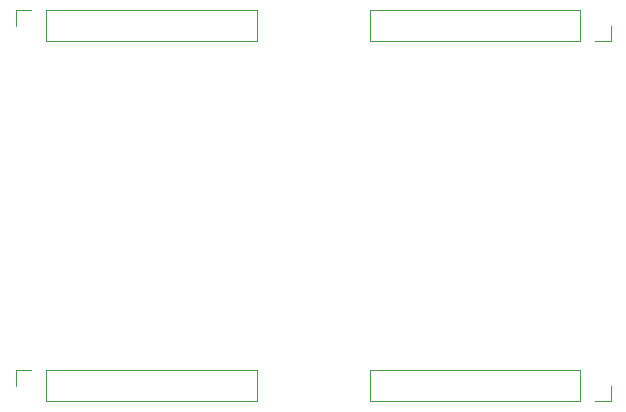
<source format=gbr>
%TF.GenerationSoftware,KiCad,Pcbnew,(5.1.10-1-10_14)*%
%TF.CreationDate,2021-12-18T11:30:40-05:00*%
%TF.ProjectId,Arithmetic,41726974-686d-4657-9469-632e6b696361,rev?*%
%TF.SameCoordinates,Original*%
%TF.FileFunction,Legend,Bot*%
%TF.FilePolarity,Positive*%
%FSLAX46Y46*%
G04 Gerber Fmt 4.6, Leading zero omitted, Abs format (unit mm)*
G04 Created by KiCad (PCBNEW (5.1.10-1-10_14)) date 2021-12-18 11:30:40*
%MOMM*%
%LPD*%
G01*
G04 APERTURE LIST*
%ADD10C,0.120000*%
G04 APERTURE END LIST*
D10*
%TO.C,J4*%
X137608000Y-79562000D02*
X137608000Y-76902000D01*
X155448000Y-79562000D02*
X137608000Y-79562000D01*
X155448000Y-76902000D02*
X137608000Y-76902000D01*
X155448000Y-79562000D02*
X155448000Y-76902000D01*
X156718000Y-79562000D02*
X158048000Y-79562000D01*
X158048000Y-79562000D02*
X158048000Y-78232000D01*
%TO.C,J3*%
X158048000Y-49082000D02*
X158048000Y-47752000D01*
X156718000Y-49082000D02*
X158048000Y-49082000D01*
X155448000Y-49082000D02*
X155448000Y-46422000D01*
X155448000Y-46422000D02*
X137608000Y-46422000D01*
X155448000Y-49082000D02*
X137608000Y-49082000D01*
X137608000Y-49082000D02*
X137608000Y-46422000D01*
%TO.C,J2*%
X107636000Y-46422000D02*
X107636000Y-47752000D01*
X108966000Y-46422000D02*
X107636000Y-46422000D01*
X110236000Y-46422000D02*
X110236000Y-49082000D01*
X110236000Y-49082000D02*
X128076000Y-49082000D01*
X110236000Y-46422000D02*
X128076000Y-46422000D01*
X128076000Y-46422000D02*
X128076000Y-49082000D01*
%TO.C,J1*%
X107636000Y-76902000D02*
X107636000Y-78232000D01*
X108966000Y-76902000D02*
X107636000Y-76902000D01*
X110236000Y-76902000D02*
X110236000Y-79562000D01*
X110236000Y-79562000D02*
X128076000Y-79562000D01*
X110236000Y-76902000D02*
X128076000Y-76902000D01*
X128076000Y-76902000D02*
X128076000Y-79562000D01*
%TD*%
M02*

</source>
